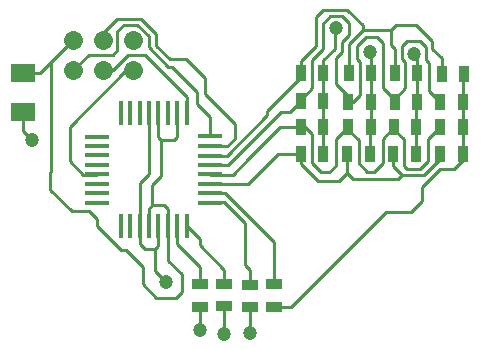
<source format=gtl>
G04 ( created by brdgerber.py ( brdgerber.py v0.1 2014-03-12 ) ) date 2015-06-11 19:44:35 EDT*
G04 Gerber Fmt 3.4, Leading zero omitted, Abs format*
%MOIN*%
%FSLAX34Y34*%
G01*
G70*
G90*
G04 APERTURE LIST*
%ADD12C,0.0000*%
%ADD13C,0.0032*%
%ADD10C,0.0640*%
%ADD24R,0.0550X0.0350*%
%ADD11C,0.0040*%
%ADD20R,0.0787X0.0177*%
%ADD21C,0.0080*%
%ADD29C,0.0472*%
%ADD18C,0.0039*%
%ADD14C,0.0050*%
%ADD15C,0.0059*%
%ADD22C,0.0060*%
%ADD26R,0.3000X0.3000*%
%ADD28C,0.0100*%
%ADD16R,0.0350X0.0550*%
%ADD23C,0.0200*%
%ADD17C,0.0043*%
%ADD27R,0.0800X0.0600*%
%ADD25R,0.2000X0.2000*%
%ADD19R,0.0177X0.0787*%
G04 APERTURE END LIST*
G54D12*
D10*
G01X22700Y-03900D02*
G01X22700Y-03900D01*
D10*
G01X22700Y-02900D02*
G01X22700Y-02900D01*
D10*
G01X21700Y-02900D02*
G01X21700Y-02900D01*
D10*
G01X21700Y-03900D02*
G01X21700Y-03900D01*
D10*
G01X23700Y-03900D02*
G01X23700Y-03900D01*
D10*
G01X23700Y-02900D02*
G01X23700Y-02900D01*
D16*
X30875Y-04950D03*
D16*
X31625Y-04950D03*
D19*
X25493Y-09096D03*
D19*
X25178Y-09096D03*
D19*
X24863Y-09096D03*
D19*
X24548Y-09096D03*
D19*
X24233Y-09096D03*
D19*
X23918Y-09096D03*
D19*
X23603Y-09096D03*
D19*
X23288Y-09096D03*
D19*
X23290Y-05330D03*
D19*
X25500Y-05330D03*
D19*
X25180Y-05330D03*
D19*
X24860Y-05330D03*
D19*
X24550Y-05330D03*
D19*
X24230Y-05330D03*
D19*
X23920Y-05330D03*
D19*
X23600Y-05330D03*
D20*
X22500Y-08312D03*
D20*
X22500Y-07998D03*
D20*
X22500Y-07682D03*
D20*
X22500Y-07368D03*
D20*
X22500Y-07052D03*
D20*
X22500Y-06738D03*
D20*
X22500Y-06422D03*
D20*
X22500Y-06108D03*
D20*
X26280Y-08310D03*
D20*
X26280Y-08000D03*
D20*
X26280Y-07680D03*
D20*
X26280Y-07370D03*
D20*
X26280Y-07060D03*
D20*
X26280Y-06740D03*
D20*
X26280Y-06420D03*
D20*
X26280Y-06100D03*
D16*
X30900Y-04000D03*
D16*
X31650Y-04000D03*
D16*
X32375Y-06675D03*
D16*
X33125Y-06675D03*
D16*
X29300Y-06675D03*
D16*
X30050Y-06675D03*
D16*
X29300Y-04000D03*
D16*
X30050Y-04000D03*
D16*
X32400Y-05800D03*
D16*
X33150Y-05800D03*
D16*
X32425Y-04950D03*
D16*
X33175Y-04950D03*
D16*
X32425Y-04000D03*
D16*
X33175Y-04000D03*
D16*
X33950Y-06675D03*
D16*
X34700Y-06675D03*
D24*
X26745Y-11020D03*
D24*
X26745Y-11770D03*
D24*
X25925Y-11025D03*
D24*
X25925Y-11775D03*
D16*
X33950Y-05800D03*
D16*
X34700Y-05800D03*
D16*
X33950Y-04950D03*
D16*
X34700Y-04950D03*
D16*
X34000Y-04025D03*
D16*
X34750Y-04025D03*
D16*
X30850Y-06675D03*
D16*
X31600Y-06675D03*
D16*
X30875Y-05800D03*
D16*
X31625Y-05800D03*
D16*
X29300Y-04925D03*
D16*
X30050Y-04925D03*
D16*
X29300Y-05800D03*
D16*
X30050Y-05800D03*
D24*
X28400Y-11025D03*
D24*
X28400Y-11775D03*
D24*
X27595Y-11055D03*
D24*
X27595Y-11805D03*
D27*
X20050Y-04000D03*
D27*
X20050Y-05300D03*
D28*
G01X28550Y-06675D02*
G01X29300Y-06675D01*
D28*
G01X28100Y-07125D02*
G01X28550Y-06675D01*
D28*
G01X23550Y-03375D02*
G01X24100Y-03375D01*
D28*
G01X33350Y-07800D02*
G01X33350Y-08250D01*
D28*
G01X27025Y-07375D02*
G01X27575Y-06825D01*
D29*
X25925Y-12550D03*
D28*
G01X25925Y-11775D02*
G01X25925Y-12550D01*
D28*
G01X23025Y-03900D02*
G01X23550Y-03375D01*
D28*
G01X26275Y-07375D02*
G01X27025Y-07375D01*
D28*
G01X27575Y-06825D02*
G01X28600Y-05800D01*
D28*
G01X32550Y-07525D02*
G01X32675Y-07400D01*
D28*
G01X29875Y-07600D02*
G01X30575Y-07600D01*
D28*
G01X22050Y-07375D02*
G01X22500Y-07375D01*
D28*
G01X30850Y-06675D02*
G01X30850Y-07325D01*
D28*
G01X30850Y-07325D02*
G01X31050Y-07525D01*
D28*
G01X24450Y-10600D02*
G01X24800Y-10950D01*
D28*
G01X26775Y-08000D02*
G01X26275Y-08000D01*
D28*
G01X27550Y-07675D02*
G01X28100Y-07125D01*
D28*
G01X26275Y-07675D02*
G01X27550Y-07675D01*
D28*
G01X28600Y-05800D02*
G01X29300Y-05800D01*
D28*
G01X27600Y-11800D02*
G01X27600Y-12650D01*
D28*
G01X29300Y-06675D02*
G01X29300Y-07025D01*
D28*
G01X28400Y-09625D02*
G01X26775Y-08000D01*
D28*
G01X31050Y-07525D02*
G01X32550Y-07525D01*
D28*
G01X29300Y-07025D02*
G01X29875Y-07600D01*
D28*
G01X30575Y-07600D02*
G01X30850Y-07325D01*
D28*
G01X31275Y-03625D02*
G01X31275Y-04550D01*
D28*
G01X31375Y-02550D02*
G01X32300Y-02550D01*
D28*
G01X30900Y-03025D02*
G01X31375Y-02550D01*
D28*
G01X30900Y-04000D02*
G01X30900Y-03025D01*
D28*
G01X31050Y-04950D02*
G01X30875Y-04950D01*
D28*
G01X33475Y-03125D02*
G01X33475Y-03550D01*
D28*
G01X33575Y-04575D02*
G01X33950Y-04950D01*
D28*
G01X33575Y-03650D02*
G01X33575Y-04575D01*
D28*
G01X33475Y-03550D02*
G01X33575Y-03650D01*
D28*
G01X33550Y-06925D02*
G01X33550Y-06200D01*
D28*
G01X34700Y-04075D02*
G01X34750Y-04025D01*
D28*
G01X34700Y-04950D02*
G01X34700Y-04075D01*
D28*
G01X34700Y-05800D02*
G01X34700Y-04950D01*
D28*
G01X34700Y-06675D02*
G01X34700Y-05800D01*
D28*
G01X34700Y-06675D02*
G01X34700Y-06900D01*
D28*
G01X34700Y-06900D02*
G01X34400Y-07200D01*
D28*
G01X33275Y-07200D02*
G01X33550Y-06925D01*
D28*
G01X33550Y-06200D02*
G01X33950Y-05800D01*
D28*
G01X33175Y-04000D02*
G01X33175Y-03450D01*
D28*
G01X33175Y-03450D02*
G01X33075Y-03350D01*
D29*
X33075Y-03350D03*
D28*
G01X34000Y-04025D02*
G01X34000Y-03500D01*
D28*
G01X34000Y-03500D02*
G01X33675Y-03175D01*
D28*
G01X33675Y-03175D02*
G01X33675Y-02925D01*
D28*
G01X33675Y-02925D02*
G01X33125Y-02375D01*
D28*
G01X33125Y-02375D02*
G01X32475Y-02375D01*
D28*
G01X32475Y-02375D02*
G01X32300Y-02550D01*
D28*
G01X32300Y-02550D02*
G01X32300Y-03050D01*
D28*
G01X32300Y-03050D02*
G01X32425Y-03175D01*
D28*
G01X32425Y-03175D02*
G01X32425Y-04000D01*
D28*
G01X33175Y-04950D02*
G01X33175Y-04000D01*
D28*
G01X33150Y-05800D02*
G01X33150Y-04975D01*
D28*
G01X33150Y-04975D02*
G01X33175Y-04950D01*
D28*
G01X20975Y-03625D02*
G01X21700Y-02900D01*
D28*
G01X33125Y-05825D02*
G01X33150Y-05800D01*
D28*
G01X31600Y-06675D02*
G01X31600Y-05825D01*
D28*
G01X31600Y-05825D02*
G01X31625Y-05800D01*
D28*
G01X31625Y-05800D02*
G01X31625Y-04950D01*
D28*
G01X31625Y-04950D02*
G01X31625Y-04025D01*
D28*
G01X31625Y-04025D02*
G01X31650Y-04000D01*
D28*
G01X32425Y-04950D02*
G01X32425Y-04850D01*
D28*
G01X32425Y-04850D02*
G01X32775Y-04500D01*
D28*
G01X32775Y-04500D02*
G01X32775Y-03625D01*
D28*
G01X32775Y-03625D02*
G01X32675Y-03525D01*
D28*
G01X32675Y-03525D02*
G01X32675Y-03100D01*
D28*
G01X32675Y-03100D02*
G01X32850Y-02925D01*
D28*
G01X32850Y-02925D02*
G01X33275Y-02925D01*
D28*
G01X33275Y-02925D02*
G01X33475Y-03125D01*
D28*
G01X31650Y-04000D02*
G01X31650Y-03325D01*
D28*
G01X31650Y-03325D02*
G01X31600Y-03275D01*
D29*
X31600Y-03275D03*
D28*
G01X32425Y-04950D02*
G01X32425Y-04900D01*
D28*
G01X32425Y-04900D02*
G01X32025Y-04500D01*
D28*
G01X32025Y-04500D02*
G01X32025Y-02975D01*
D28*
G01X32025Y-02975D02*
G01X31850Y-02800D01*
D28*
G01X31850Y-02800D02*
G01X31475Y-02800D01*
D28*
G01X31475Y-02800D02*
G01X31175Y-03100D01*
D28*
G01X31175Y-03100D02*
G01X31175Y-03525D01*
D28*
G01X31175Y-03525D02*
G01X31275Y-03625D01*
D28*
G01X30050Y-06675D02*
G01X30050Y-05800D01*
D28*
G01X30050Y-05800D02*
G01X30050Y-04925D01*
D28*
G01X30050Y-04925D02*
G01X30050Y-04000D01*
D28*
G01X30050Y-03550D02*
G01X30425Y-03175D01*
D28*
G01X30025Y-03200D02*
G01X29850Y-03375D01*
D28*
G01X30025Y-02350D02*
G01X30025Y-03200D01*
D28*
G01X30675Y-02100D02*
G01X30275Y-02100D01*
D28*
G01X30275Y-02100D02*
G01X30025Y-02350D01*
D28*
G01X31275Y-04725D02*
G01X31050Y-04950D01*
D28*
G01X31275Y-04550D02*
G01X31275Y-04725D01*
D28*
G01X30050Y-04000D02*
G01X30050Y-03550D01*
D28*
G01X30425Y-03175D02*
G01X30425Y-02550D01*
D28*
G01X30425Y-02550D02*
G01X30475Y-02500D01*
D29*
X30475Y-02500D03*
D28*
G01X30875Y-04950D02*
G01X30875Y-04750D01*
D28*
G01X30875Y-04750D02*
G01X30475Y-04350D01*
D28*
G01X30475Y-04350D02*
G01X30475Y-03475D01*
D28*
G01X30475Y-03475D02*
G01X30675Y-03275D01*
D28*
G01X30675Y-03275D02*
G01X30675Y-02950D01*
D28*
G01X30675Y-02950D02*
G01X30900Y-02725D01*
D28*
G01X30900Y-02725D02*
G01X30900Y-02325D01*
D28*
G01X30900Y-02325D02*
G01X30675Y-02100D01*
D28*
G01X29300Y-04925D02*
G01X29300Y-04875D01*
D28*
G01X29300Y-04875D02*
G01X29675Y-04500D01*
D28*
G01X29675Y-04500D02*
G01X29675Y-03550D01*
D28*
G01X29675Y-03550D02*
G01X29850Y-03375D01*
D28*
G01X29300Y-04000D02*
G01X29300Y-03575D01*
D28*
G01X29300Y-03575D02*
G01X29800Y-03075D01*
D28*
G01X29800Y-03075D02*
G01X29800Y-02125D01*
D28*
G01X29800Y-02125D02*
G01X30050Y-01875D01*
D28*
G01X30050Y-01875D02*
G01X30850Y-01875D01*
D28*
G01X30850Y-01875D02*
G01X31375Y-02400D01*
D28*
G01X31375Y-02400D02*
G01X31375Y-02550D01*
D28*
G01X29300Y-05800D02*
G01X29450Y-05800D01*
D28*
G01X29450Y-05800D02*
G01X29675Y-06025D01*
D28*
G01X29675Y-06025D02*
G01X29675Y-07000D01*
D28*
G01X29675Y-07000D02*
G01X29975Y-07300D01*
D28*
G01X29975Y-07300D02*
G01X30250Y-07300D01*
D28*
G01X30250Y-07300D02*
G01X30475Y-07075D01*
D28*
G01X30475Y-07075D02*
G01X30475Y-06200D01*
D28*
G01X30475Y-06200D02*
G01X30875Y-05800D01*
D28*
G01X30875Y-05800D02*
G01X30875Y-05875D01*
D28*
G01X30875Y-05875D02*
G01X31225Y-06225D01*
D28*
G01X31225Y-06225D02*
G01X31225Y-07000D01*
D28*
G01X31225Y-07000D02*
G01X31500Y-07275D01*
D28*
G01X31500Y-07275D02*
G01X31750Y-07275D01*
D28*
G01X31750Y-07275D02*
G01X32025Y-07000D01*
D28*
G01X32025Y-07000D02*
G01X32025Y-06175D01*
D28*
G01X32025Y-06175D02*
G01X32400Y-05800D01*
D28*
G01X32400Y-05800D02*
G01X32400Y-05875D01*
D28*
G01X32400Y-05875D02*
G01X32725Y-06200D01*
D28*
G01X32725Y-06200D02*
G01X32725Y-07075D01*
D28*
G01X32725Y-07075D02*
G01X32850Y-07200D01*
D28*
G01X32850Y-07200D02*
G01X33275Y-07200D01*
D28*
G01X33950Y-06675D02*
G01X33950Y-06850D01*
D28*
G01X33950Y-06850D02*
G01X33400Y-07400D01*
D28*
G01X33400Y-07400D02*
G01X32675Y-07400D01*
D28*
G01X32675Y-07400D02*
G01X32375Y-07100D01*
D28*
G01X32375Y-07100D02*
G01X32375Y-06675D01*
D28*
G01X34400Y-07200D02*
G01X33950Y-07200D01*
D28*
G01X33950Y-07200D02*
G01X33350Y-07800D01*
D28*
G01X26750Y-11025D02*
G01X26750Y-10550D01*
D28*
G01X26750Y-10550D02*
G01X25925Y-09725D01*
D28*
G01X25925Y-09525D02*
G01X25500Y-09100D01*
D28*
G01X25925Y-09725D02*
G01X25925Y-09525D01*
D28*
G01X25925Y-10450D02*
G01X25925Y-11025D01*
D28*
G01X25175Y-09700D02*
G01X25925Y-10450D01*
D28*
G01X25175Y-09100D02*
G01X25175Y-09700D01*
D28*
G01X28400Y-11775D02*
G01X28975Y-11775D01*
D28*
G01X28975Y-11775D02*
G01X32125Y-08625D01*
D28*
G01X32125Y-08625D02*
G01X32975Y-08625D01*
D28*
G01X32975Y-08625D02*
G01X33350Y-08250D01*
D29*
X24800Y-10950D03*
D28*
G01X20600Y-04000D02*
G01X21000Y-03600D01*
D29*
X27600Y-12650D03*
D28*
G01X22700Y-02900D02*
G01X22700Y-02650D01*
D28*
G01X22700Y-02650D02*
G01X23175Y-02175D01*
D28*
G01X23175Y-02175D02*
G01X23975Y-02175D01*
D28*
G01X23975Y-02175D02*
G01X24475Y-02675D01*
D28*
G01X23175Y-03225D02*
G01X23025Y-03375D01*
D28*
G01X23025Y-03375D02*
G01X22225Y-03375D01*
D28*
G01X22225Y-03375D02*
G01X21700Y-03900D01*
D28*
G01X24450Y-09850D02*
G01X24450Y-10600D01*
D28*
G01X26750Y-11775D02*
G01X26750Y-12675D01*
D29*
X26750Y-12675D03*
D28*
G01X26275Y-08300D02*
G01X26750Y-08300D01*
D28*
G01X26750Y-08300D02*
G01X27450Y-09000D01*
D28*
G01X27450Y-09000D02*
G01X27450Y-10400D01*
D28*
G01X27450Y-10400D02*
G01X27600Y-10550D01*
D28*
G01X27600Y-10550D02*
G01X27600Y-11050D01*
D28*
G01X28400Y-11025D02*
G01X28400Y-09625D01*
D28*
G01X26275Y-07050D02*
G01X26875Y-07050D01*
D28*
G01X26875Y-07050D02*
G01X28650Y-05275D01*
D28*
G01X28650Y-05275D02*
G01X28950Y-05275D01*
D28*
G01X28950Y-05275D02*
G01X29300Y-04925D01*
D28*
G01X29300Y-04000D02*
G01X29300Y-04125D01*
D28*
G01X29300Y-04125D02*
G01X28175Y-05250D01*
D28*
G01X28175Y-05250D02*
G01X28175Y-05400D01*
D28*
G01X28175Y-05400D02*
G01X26825Y-06750D01*
D28*
G01X26825Y-06750D02*
G01X26275Y-06750D01*
D28*
G01X26275Y-06425D02*
G01X26850Y-06425D01*
D28*
G01X26850Y-06425D02*
G01X27100Y-06175D01*
D28*
G01X27100Y-06175D02*
G01X27100Y-05825D01*
D28*
G01X22700Y-03900D02*
G01X23025Y-03900D01*
D28*
G01X25500Y-05325D02*
G01X25500Y-04775D01*
D28*
G01X25500Y-04775D02*
G01X24100Y-03375D01*
D28*
G01X23925Y-07650D02*
G01X24225Y-07350D01*
D28*
G01X24225Y-07350D02*
G01X24225Y-05325D01*
D28*
G01X24550Y-05325D02*
G01X24550Y-06125D01*
D28*
G01X24550Y-06125D02*
G01X24650Y-06225D01*
D28*
G01X24650Y-06225D02*
G01X25075Y-06225D01*
D28*
G01X25075Y-06225D02*
G01X25175Y-06125D01*
D28*
G01X25175Y-06125D02*
G01X25175Y-05325D01*
D28*
G01X24225Y-09100D02*
G01X24225Y-08525D01*
D28*
G01X24225Y-08525D02*
G01X24350Y-08400D01*
D28*
G01X24350Y-08400D02*
G01X24750Y-08400D01*
D28*
G01X24750Y-08400D02*
G01X24875Y-08525D01*
D28*
G01X24875Y-08525D02*
G01X24875Y-09100D01*
D28*
G01X24350Y-08425D02*
G01X24350Y-07725D01*
D28*
G01X24350Y-07725D02*
G01X24650Y-07425D01*
D28*
G01X24650Y-07425D02*
G01X24650Y-06225D01*
D28*
G01X23925Y-09100D02*
G01X23925Y-09675D01*
D28*
G01X23925Y-09675D02*
G01X24100Y-09850D01*
D28*
G01X24100Y-09850D02*
G01X24450Y-09850D01*
D28*
G01X24450Y-09850D02*
G01X24550Y-09750D01*
D28*
G01X24550Y-09750D02*
G01X24550Y-09100D01*
D28*
G01X23925Y-09100D02*
G01X23925Y-07650D01*
D28*
G01X24475Y-02675D02*
G01X24475Y-03075D01*
D28*
G01X24475Y-03075D02*
G01X24925Y-03525D01*
D28*
G01X24925Y-03525D02*
G01X25475Y-03525D01*
D28*
G01X25475Y-03525D02*
G01X26100Y-04150D01*
D28*
G01X26100Y-04150D02*
G01X26100Y-04700D01*
D28*
G01X26100Y-04700D02*
G01X27100Y-05700D01*
D28*
G01X27100Y-05700D02*
G01X27100Y-05850D01*
D28*
G01X26275Y-06100D02*
G01X26275Y-05450D01*
D28*
G01X26275Y-05450D02*
G01X25850Y-05025D01*
D28*
G01X25850Y-05025D02*
G01X25850Y-04625D01*
D28*
G01X25850Y-04625D02*
G01X25000Y-03775D01*
D28*
G01X25000Y-03775D02*
G01X24875Y-03775D01*
D28*
G01X24875Y-03775D02*
G01X24225Y-03125D01*
D28*
G01X24225Y-03125D02*
G01X24225Y-02750D01*
D28*
G01X24225Y-02750D02*
G01X23850Y-02375D01*
D28*
G01X23850Y-02375D02*
G01X23400Y-02375D01*
D28*
G01X23400Y-02375D02*
G01X23175Y-02600D01*
D28*
G01X23175Y-02600D02*
G01X23175Y-03225D01*
D28*
G01X23700Y-03900D02*
G01X23475Y-03900D01*
D28*
G01X23475Y-03900D02*
G01X21600Y-05775D01*
D28*
G01X21600Y-05775D02*
G01X21600Y-06925D01*
D28*
G01X21600Y-06925D02*
G01X22050Y-07375D01*
D28*
G01X24875Y-09100D02*
G01X24875Y-10250D01*
D28*
G01X24875Y-10250D02*
G01X25325Y-10700D01*
D28*
G01X25325Y-10700D02*
G01X25325Y-11275D01*
D28*
G01X25325Y-11275D02*
G01X25125Y-11475D01*
D28*
G01X25125Y-11475D02*
G01X24475Y-11475D01*
D28*
G01X24475Y-11475D02*
G01X24025Y-11025D01*
D28*
G01X24025Y-11025D02*
G01X24025Y-10450D01*
D28*
G01X24025Y-10450D02*
G01X23475Y-09900D01*
D28*
G01X23475Y-09900D02*
G01X23300Y-09900D01*
D28*
G01X23300Y-09900D02*
G01X22500Y-09100D01*
D28*
G01X22500Y-09100D02*
G01X22500Y-08850D01*
D28*
G01X22500Y-08850D02*
G01X22250Y-08600D01*
D28*
G01X22250Y-08600D02*
G01X21675Y-08600D01*
D28*
G01X21675Y-08600D02*
G01X20950Y-07875D01*
D28*
G01X20950Y-07875D02*
G01X20950Y-07300D01*
D28*
G01X20950Y-07300D02*
G01X20975Y-07275D01*
D28*
G01X20975Y-07275D02*
G01X20975Y-03625D01*
D28*
G01X33150Y-06700D02*
G01X33150Y-05800D01*
D28*
G01X20050Y-04000D02*
G01X20600Y-04000D01*
D28*
G01X20050Y-05925D02*
G01X20350Y-06225D01*
D29*
X20350Y-06225D03*
D28*
G01X20050Y-05300D02*
G01X20050Y-05925D01*
M02*

</source>
